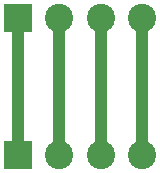
<source format=gbr>
%TF.GenerationSoftware,KiCad,Pcbnew,7.0.5*%
%TF.CreationDate,2023-06-29T13:10:02+12:00*%
%TF.ProjectId,manipulator_PCB,6d616e69-7075-46c6-9174-6f725f504342,rev?*%
%TF.SameCoordinates,Original*%
%TF.FileFunction,Copper,L2,Bot*%
%TF.FilePolarity,Positive*%
%FSLAX46Y46*%
G04 Gerber Fmt 4.6, Leading zero omitted, Abs format (unit mm)*
G04 Created by KiCad (PCBNEW 7.0.5) date 2023-06-29 13:10:02*
%MOMM*%
%LPD*%
G01*
G04 APERTURE LIST*
%TA.AperFunction,ComponentPad*%
%ADD10R,2.400000X2.400000*%
%TD*%
%TA.AperFunction,ComponentPad*%
%ADD11C,2.400000*%
%TD*%
%TA.AperFunction,Conductor*%
%ADD12C,1.000000*%
%TD*%
G04 APERTURE END LIST*
D10*
%TO.P,J9,1,Pin_1*%
%TO.N,Net-(J8-Pin_1)*%
X35220000Y-50800000D03*
D11*
%TO.P,J9,2,Pin_2*%
%TO.N,Net-(J8-Pin_2)*%
X38720000Y-50800000D03*
%TO.P,J9,3,Pin_3*%
%TO.N,Net-(J8-Pin_3)*%
X42220000Y-50800000D03*
%TO.P,J9,4,Pin_4*%
%TO.N,Net-(J8-Pin_4)*%
X45720000Y-50800000D03*
%TD*%
D10*
%TO.P,J8,1,Pin_1*%
%TO.N,Net-(J8-Pin_1)*%
X35220000Y-39210000D03*
D11*
%TO.P,J8,2,Pin_2*%
%TO.N,Net-(J8-Pin_2)*%
X38720000Y-39210000D03*
%TO.P,J8,3,Pin_3*%
%TO.N,Net-(J8-Pin_3)*%
X42220000Y-39210000D03*
%TO.P,J8,4,Pin_4*%
%TO.N,Net-(J8-Pin_4)*%
X45720000Y-39210000D03*
%TD*%
D12*
%TO.N,Net-(J8-Pin_1)*%
X35220000Y-39210000D02*
X35220000Y-50800000D01*
%TO.N,Net-(J8-Pin_2)*%
X38720000Y-39210000D02*
X38720000Y-50800000D01*
%TO.N,Net-(J8-Pin_3)*%
X42220000Y-39210000D02*
X42220000Y-50800000D01*
%TO.N,Net-(J8-Pin_4)*%
X45720000Y-39210000D02*
X45720000Y-50800000D01*
%TD*%
M02*

</source>
